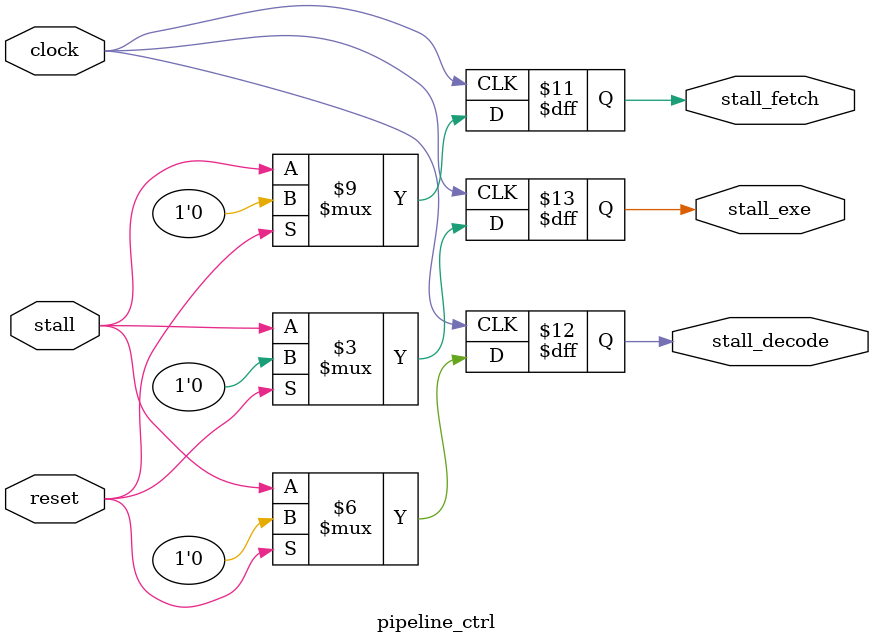
<source format=v>
/*

MODULE: pipeline_ctrl

DESCRIPTION: Pipeline controller to stall various modules. 

*/

module pipeline_ctrl(
	// top level inputs
	clock, reset, stall,			
	// outputs
	stall_fetch, stall_decode, stall_exe);	

// From top level	
input		clock;
input		stall;
input		reset;


output		stall_fetch;
output		stall_decode;
output		stall_exe;

reg stall_fetch, stall_decode, stall_exe; 

// Generate Stall to control various stages of the pipeline.
always @(posedge clock)
begin
   if (reset)
   begin
	   stall_fetch <= 1'b0;
	   stall_decode <= 1'b0;
	   stall_exe <= 1'b0;
   end
   else
   begin
	   stall_fetch <= stall;
	   stall_decode <= stall;
	   stall_exe <= stall;
   end
end

endmodule


</source>
